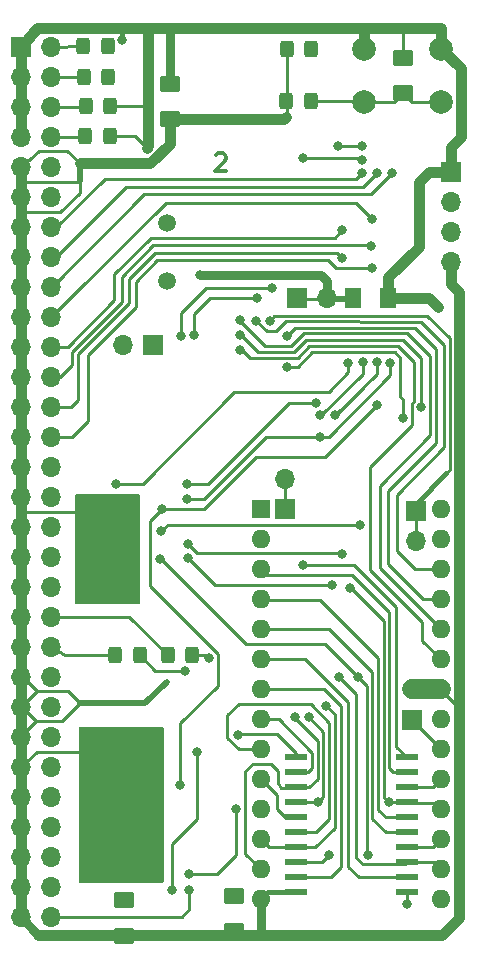
<source format=gbr>
%TF.GenerationSoftware,KiCad,Pcbnew,8.0.6+1*%
%TF.CreationDate,2024-11-21T22:42:00+01:00*%
%TF.ProjectId,8051,38303531-2e6b-4696-9361-645f70636258,rev?*%
%TF.SameCoordinates,Original*%
%TF.FileFunction,Copper,L2,Bot*%
%TF.FilePolarity,Positive*%
%FSLAX46Y46*%
G04 Gerber Fmt 4.6, Leading zero omitted, Abs format (unit mm)*
G04 Created by KiCad (PCBNEW 8.0.6+1) date 2024-11-21 22:42:00*
%MOMM*%
%LPD*%
G01*
G04 APERTURE LIST*
G04 Aperture macros list*
%AMRoundRect*
0 Rectangle with rounded corners*
0 $1 Rounding radius*
0 $2 $3 $4 $5 $6 $7 $8 $9 X,Y pos of 4 corners*
0 Add a 4 corners polygon primitive as box body*
4,1,4,$2,$3,$4,$5,$6,$7,$8,$9,$2,$3,0*
0 Add four circle primitives for the rounded corners*
1,1,$1+$1,$2,$3*
1,1,$1+$1,$4,$5*
1,1,$1+$1,$6,$7*
1,1,$1+$1,$8,$9*
0 Add four rect primitives between the rounded corners*
20,1,$1+$1,$2,$3,$4,$5,0*
20,1,$1+$1,$4,$5,$6,$7,0*
20,1,$1+$1,$6,$7,$8,$9,0*
20,1,$1+$1,$8,$9,$2,$3,0*%
G04 Aperture macros list end*
%ADD10C,0.300000*%
%TA.AperFunction,NonConductor*%
%ADD11C,0.300000*%
%TD*%
%TA.AperFunction,ComponentPad*%
%ADD12C,2.000000*%
%TD*%
%TA.AperFunction,ComponentPad*%
%ADD13R,1.700000X1.700000*%
%TD*%
%TA.AperFunction,ComponentPad*%
%ADD14O,1.700000X1.700000*%
%TD*%
%TA.AperFunction,ComponentPad*%
%ADD15R,1.600000X1.600000*%
%TD*%
%TA.AperFunction,ComponentPad*%
%ADD16O,1.600000X1.600000*%
%TD*%
%TA.AperFunction,ComponentPad*%
%ADD17C,1.500000*%
%TD*%
%TA.AperFunction,SMDPad,CuDef*%
%ADD18RoundRect,0.250000X-0.625000X0.462500X-0.625000X-0.462500X0.625000X-0.462500X0.625000X0.462500X0*%
%TD*%
%TA.AperFunction,SMDPad,CuDef*%
%ADD19R,1.950000X0.600000*%
%TD*%
%TA.AperFunction,SMDPad,CuDef*%
%ADD20RoundRect,0.249999X0.325001X0.450001X-0.325001X0.450001X-0.325001X-0.450001X0.325001X-0.450001X0*%
%TD*%
%TA.AperFunction,SMDPad,CuDef*%
%ADD21RoundRect,0.250000X0.462500X0.625000X-0.462500X0.625000X-0.462500X-0.625000X0.462500X-0.625000X0*%
%TD*%
%TA.AperFunction,ViaPad*%
%ADD22C,0.800000*%
%TD*%
%TA.AperFunction,Conductor*%
%ADD23C,0.889000*%
%TD*%
%TA.AperFunction,Conductor*%
%ADD24C,0.381000*%
%TD*%
%TA.AperFunction,Conductor*%
%ADD25C,0.254000*%
%TD*%
%TA.AperFunction,Conductor*%
%ADD26C,0.250000*%
%TD*%
%TA.AperFunction,Conductor*%
%ADD27C,0.508000*%
%TD*%
%TA.AperFunction,Conductor*%
%ADD28C,0.762000*%
%TD*%
%TA.AperFunction,Conductor*%
%ADD29C,1.651000*%
%TD*%
G04 APERTURE END LIST*
D10*
D11*
X107417082Y-72484685D02*
X107488510Y-72413257D01*
X107488510Y-72413257D02*
X107631368Y-72341828D01*
X107631368Y-72341828D02*
X107988510Y-72341828D01*
X107988510Y-72341828D02*
X108131368Y-72413257D01*
X108131368Y-72413257D02*
X108202796Y-72484685D01*
X108202796Y-72484685D02*
X108274225Y-72627542D01*
X108274225Y-72627542D02*
X108274225Y-72770400D01*
X108274225Y-72770400D02*
X108202796Y-72984685D01*
X108202796Y-72984685D02*
X107345653Y-73841828D01*
X107345653Y-73841828D02*
X108274225Y-73841828D01*
D12*
%TO.P,SW1,1,1*%
%TO.N,+5V*%
X120000000Y-63500000D03*
X126500000Y-63500000D03*
%TO.P,SW1,2,2*%
%TO.N,Net-(U1-RST)*%
X120000000Y-68000000D03*
X126500000Y-68000000D03*
%TD*%
D13*
%TO.P,J2,1,Pin_1*%
%TO.N,+5V*%
X90960000Y-63330000D03*
D14*
%TO.P,J2,2,Pin_2*%
%TO.N,RxD*%
X93500000Y-63330000D03*
%TO.P,J2,3,Pin_3*%
%TO.N,+5V*%
X90960000Y-65870000D03*
%TO.P,J2,4,Pin_4*%
%TO.N,TxD*%
X93500000Y-65870000D03*
%TO.P,J2,5,Pin_5*%
%TO.N,+5V*%
X90960000Y-68410000D03*
%TO.P,J2,6,Pin_6*%
%TO.N,INT0*%
X93500000Y-68410000D03*
%TO.P,J2,7,Pin_7*%
%TO.N,+5V*%
X90960000Y-70950000D03*
%TO.P,J2,8,Pin_8*%
%TO.N,INT1*%
X93500000Y-70950000D03*
%TO.P,J2,9,Pin_9*%
%TO.N,GND*%
X90960000Y-73490000D03*
%TO.P,J2,10,Pin_10*%
%TO.N,T0*%
X93500000Y-73490000D03*
%TO.P,J2,11,Pin_11*%
%TO.N,GND*%
X90960000Y-76030000D03*
%TO.P,J2,12,Pin_12*%
%TO.N,T1*%
X93500000Y-76030000D03*
%TO.P,J2,13,Pin_13*%
%TO.N,GND*%
X90960000Y-78570000D03*
%TO.P,J2,14,Pin_14*%
%TO.N,P7*%
X93500000Y-78570000D03*
%TO.P,J2,15,Pin_15*%
%TO.N,GND*%
X90960000Y-81110000D03*
%TO.P,J2,16,Pin_16*%
%TO.N,P6*%
X93500000Y-81110000D03*
%TO.P,J2,17,Pin_17*%
%TO.N,GND*%
X90960000Y-83650000D03*
%TO.P,J2,18,Pin_18*%
%TO.N,P5*%
X93500000Y-83650000D03*
%TO.P,J2,19,Pin_19*%
%TO.N,GND*%
X90960000Y-86190000D03*
%TO.P,J2,20,Pin_20*%
%TO.N,P4*%
X93500000Y-86190000D03*
%TO.P,J2,21,Pin_21*%
%TO.N,GND*%
X90960000Y-88730000D03*
%TO.P,J2,22,Pin_22*%
%TO.N,P3*%
X93500000Y-88730000D03*
%TO.P,J2,23,Pin_23*%
%TO.N,GND*%
X90960000Y-91270000D03*
%TO.P,J2,24,Pin_24*%
%TO.N,P2*%
X93500000Y-91270000D03*
%TO.P,J2,25,Pin_25*%
%TO.N,GND*%
X90960000Y-93810000D03*
%TO.P,J2,26,Pin_26*%
%TO.N,P1*%
X93500000Y-93810000D03*
%TO.P,J2,27,Pin_27*%
%TO.N,GND*%
X90960000Y-96350000D03*
%TO.P,J2,28,Pin_28*%
%TO.N,P0*%
X93500000Y-96350000D03*
%TO.P,J2,29,Pin_29*%
%TO.N,GND*%
X90960000Y-98890000D03*
%TO.P,J2,30,Pin_30*%
%TO.N,O7*%
X93500000Y-98890000D03*
%TO.P,J2,31,Pin_31*%
%TO.N,GND*%
X90960000Y-101430000D03*
%TO.P,J2,32,Pin_32*%
%TO.N,O6*%
X93500000Y-101430000D03*
%TO.P,J2,33,Pin_33*%
%TO.N,GND*%
X90960000Y-103970000D03*
%TO.P,J2,34,Pin_34*%
%TO.N,O5*%
X93500000Y-103970000D03*
%TO.P,J2,35,Pin_35*%
%TO.N,GND*%
X90960000Y-106510000D03*
%TO.P,J2,36,Pin_36*%
%TO.N,O4*%
X93500000Y-106510000D03*
%TO.P,J2,37,Pin_37*%
%TO.N,GND*%
X90960000Y-109050000D03*
%TO.P,J2,38,Pin_38*%
%TO.N,O3*%
X93500000Y-109050000D03*
%TO.P,J2,39,Pin_39*%
%TO.N,GND*%
X90960000Y-111590000D03*
%TO.P,J2,40,Pin_40*%
%TO.N,O2*%
X93500000Y-111590000D03*
%TO.P,J2,41,Pin_41*%
%TO.N,GND*%
X90960000Y-114130000D03*
%TO.P,J2,42,Pin_42*%
%TO.N,O1*%
X93500000Y-114130000D03*
%TO.P,J2,43,Pin_43*%
%TO.N,GND*%
X90960000Y-116670000D03*
%TO.P,J2,44,Pin_44*%
%TO.N,O0*%
X93500000Y-116670000D03*
%TO.P,J2,45,Pin_45*%
%TO.N,GND*%
X90960000Y-119210000D03*
%TO.P,J2,46,Pin_46*%
%TO.N,I7*%
X93500000Y-119210000D03*
%TO.P,J2,47,Pin_47*%
%TO.N,GND*%
X90960000Y-121750000D03*
%TO.P,J2,48,Pin_48*%
%TO.N,I6*%
X93500000Y-121750000D03*
%TO.P,J2,49,Pin_49*%
%TO.N,GND*%
X90960000Y-124290000D03*
%TO.P,J2,50,Pin_50*%
%TO.N,I5*%
X93500000Y-124290000D03*
%TO.P,J2,51,Pin_51*%
%TO.N,GND*%
X90960000Y-126830000D03*
%TO.P,J2,52,Pin_52*%
%TO.N,I4*%
X93500000Y-126830000D03*
%TO.P,J2,53,Pin_53*%
%TO.N,GND*%
X90960000Y-129370000D03*
%TO.P,J2,54,Pin_54*%
%TO.N,I3*%
X93500000Y-129370000D03*
%TO.P,J2,55,Pin_55*%
%TO.N,GND*%
X90960000Y-131910000D03*
%TO.P,J2,56,Pin_56*%
%TO.N,I2*%
X93500000Y-131910000D03*
%TO.P,J2,57,Pin_57*%
%TO.N,GND*%
X90960000Y-134450000D03*
%TO.P,J2,58,Pin_58*%
%TO.N,I1*%
X93500000Y-134450000D03*
%TO.P,J2,59,Pin_59*%
%TO.N,GND*%
X90960000Y-136990000D03*
%TO.P,J2,60,Pin_60*%
%TO.N,I0*%
X93500000Y-136990000D03*
%TD*%
D13*
%TO.P,J3,1,Pin_1*%
%TO.N,Net-(J3-Pin_1)*%
X113284000Y-102489000D03*
D14*
%TO.P,J3,2,Pin_2*%
X113284000Y-99949000D03*
%TD*%
D15*
%TO.P,U5,1,A15*%
%TO.N,Net-(J3-Pin_1)*%
X111250000Y-102500000D03*
D16*
%TO.P,U5,2,A12*%
%TO.N,Net-(U1-P2.4{slash}A12)*%
X111250000Y-105040000D03*
%TO.P,U5,3,A7*%
%TO.N,A7*%
X111250000Y-107580000D03*
%TO.P,U5,4,A6*%
%TO.N,A6*%
X111250000Y-110120000D03*
%TO.P,U5,5,A5*%
%TO.N,A5*%
X111250000Y-112660000D03*
%TO.P,U5,6,A4*%
%TO.N,A4*%
X111250000Y-115200000D03*
%TO.P,U5,7,A3*%
%TO.N,A3*%
X111250000Y-117740000D03*
%TO.P,U5,8,A2*%
%TO.N,A2*%
X111250000Y-120280000D03*
%TO.P,U5,9,A1*%
%TO.N,A1*%
X111250000Y-122820000D03*
%TO.P,U5,10,A0*%
%TO.N,A0*%
X111250000Y-125360000D03*
%TO.P,U5,11,D0*%
%TO.N,AD0*%
X111250000Y-127900000D03*
%TO.P,U5,12,D1*%
%TO.N,AD1*%
X111250000Y-130440000D03*
%TO.P,U5,13,D2*%
%TO.N,AD2*%
X111250000Y-132980000D03*
%TO.P,U5,14,GND*%
%TO.N,GND*%
X111250000Y-135520000D03*
%TO.P,U5,15,D3*%
%TO.N,AD3*%
X126490000Y-135520000D03*
%TO.P,U5,16,D4*%
%TO.N,AD4*%
X126490000Y-132980000D03*
%TO.P,U5,17,D5*%
%TO.N,AD5*%
X126490000Y-130440000D03*
%TO.P,U5,18,D6*%
%TO.N,AD6*%
X126490000Y-127900000D03*
%TO.P,U5,19,D7*%
%TO.N,AD7*%
X126490000Y-125360000D03*
%TO.P,U5,20,~{CE}*%
%TO.N,Net-(J5-Pin_1)*%
X126490000Y-122820000D03*
%TO.P,U5,21,A10*%
%TO.N,Net-(U1-P2.2{slash}A10)*%
X126490000Y-120280000D03*
%TO.P,U5,22,~{OE}*%
%TO.N,GND*%
X126490000Y-117740000D03*
%TO.P,U5,23,A11*%
%TO.N,Net-(U1-P2.3{slash}A11)*%
X126490000Y-115200000D03*
%TO.P,U5,24,A9*%
%TO.N,Net-(U1-P2.1{slash}A9)*%
X126490000Y-112660000D03*
%TO.P,U5,25,A8*%
%TO.N,Net-(U1-P2.0{slash}A8)*%
X126490000Y-110120000D03*
%TO.P,U5,26,A13*%
%TO.N,Net-(U1-P2.5{slash}A13)*%
X126490000Y-107580000D03*
%TO.P,U5,27,A14*%
%TO.N,Net-(J4-Pin_1)*%
X126490000Y-105040000D03*
%TO.P,U5,28,VCC*%
%TO.N,+5V*%
X126490000Y-102500000D03*
%TD*%
D13*
%TO.P,J4,1,Pin_1*%
%TO.N,Net-(J4-Pin_1)*%
X124333000Y-102616000D03*
D14*
%TO.P,J4,2,Pin_2*%
X124333000Y-105156000D03*
%TD*%
D17*
%TO.P,Y1,1,1*%
%TO.N,Net-(U1-XTAL2)*%
X103250000Y-78250000D03*
%TO.P,Y1,2,2*%
%TO.N,Net-(J7-Pin_2)*%
X103250000Y-83130000D03*
%TD*%
D13*
%TO.P,J1,1,Pin_1*%
%TO.N,GND*%
X114300000Y-84582000D03*
D14*
%TO.P,J1,2,Pin_2*%
X116840000Y-84582000D03*
%TD*%
D13*
%TO.P,J5,1,Pin_1*%
%TO.N,Net-(J5-Pin_1)*%
X124000000Y-120300000D03*
%TD*%
%TO.P,J7,1,Pin_1*%
%TO.N,GND*%
X102088000Y-88620200D03*
D14*
%TO.P,J7,2,Pin_2*%
%TO.N,Net-(J7-Pin_2)*%
X99548000Y-88620200D03*
%TD*%
D13*
%TO.P,J6,1,Pin_1*%
%TO.N,+5V*%
X127324000Y-73924000D03*
D14*
%TO.P,J6,2,Pin_2*%
%TO.N,RxD*%
X127324000Y-76464000D03*
%TO.P,J6,3,Pin_3*%
%TO.N,TxD*%
X127324000Y-79004000D03*
%TO.P,J6,4,Pin_4*%
%TO.N,GND*%
X127324000Y-81544000D03*
%TD*%
D18*
%TO.P,C3,1*%
%TO.N,+5V*%
X123250000Y-64275000D03*
%TO.P,C3,2*%
%TO.N,Net-(U1-RST)*%
X123250000Y-67250000D03*
%TD*%
D19*
%TO.P,U4,1,OE*%
%TO.N,GND*%
X114198400Y-134924800D03*
%TO.P,U4,2,O0*%
%TO.N,A3*%
X114198400Y-133654800D03*
%TO.P,U4,3,D0*%
%TO.N,AD3*%
X114198400Y-132384800D03*
%TO.P,U4,4,D1*%
%TO.N,AD1*%
X114198400Y-131114800D03*
%TO.P,U4,5,O1*%
%TO.N,A1*%
X114198400Y-129844800D03*
%TO.P,U4,6,O2*%
%TO.N,A0*%
X114198400Y-128574800D03*
%TO.P,U4,7,D2*%
%TO.N,AD0*%
X114198400Y-127304800D03*
%TO.P,U4,8,D3*%
%TO.N,AD2*%
X114198400Y-126034800D03*
%TO.P,U4,9,O3*%
%TO.N,A2*%
X114198400Y-124764800D03*
%TO.P,U4,10,GND*%
%TO.N,GND*%
X114198400Y-123494800D03*
%TO.P,U4,11,LE*%
%TO.N,Net-(U1-ALE{slash}PROG)*%
X123598400Y-123494800D03*
%TO.P,U4,12,O4*%
%TO.N,A7*%
X123598400Y-124764800D03*
%TO.P,U4,13,D4*%
%TO.N,AD7*%
X123598400Y-126034800D03*
%TO.P,U4,14,D5*%
%TO.N,AD6*%
X123598400Y-127304800D03*
%TO.P,U4,15,O5*%
%TO.N,A6*%
X123598400Y-128574800D03*
%TO.P,U4,16,O6*%
%TO.N,A5*%
X123598400Y-129844800D03*
%TO.P,U4,17,D6*%
%TO.N,AD5*%
X123598400Y-131114800D03*
%TO.P,U4,18,D7*%
%TO.N,AD4*%
X123598400Y-132384800D03*
%TO.P,U4,19,O7*%
%TO.N,A4*%
X123598400Y-133654800D03*
%TO.P,U4,20,VCC*%
%TO.N,+5V*%
X123598400Y-134924800D03*
%TD*%
D18*
%TO.P,C6,1*%
%TO.N,+5V*%
X108966000Y-135201000D03*
%TO.P,C6,2*%
%TO.N,GND*%
X108966000Y-138176000D03*
%TD*%
%TO.P,C7,1*%
%TO.N,+5V*%
X99618800Y-135607400D03*
%TO.P,C7,2*%
%TO.N,GND*%
X99618800Y-138582400D03*
%TD*%
D20*
%TO.P,R2,1*%
%TO.N,Net-(D1-K)*%
X115461000Y-63500000D03*
%TO.P,R2,2*%
%TO.N,GND*%
X113411000Y-63500000D03*
%TD*%
%TO.P,R3,1*%
%TO.N,Net-(U1-RST)*%
X115443000Y-67945000D03*
%TO.P,R3,2*%
%TO.N,GND*%
X113393000Y-67945000D03*
%TD*%
%TO.P,R4,1*%
%TO.N,Net-(D5-A)*%
X100965000Y-114858800D03*
%TO.P,R4,2*%
%TO.N,O1*%
X98915000Y-114858800D03*
%TD*%
%TO.P,R6,1*%
%TO.N,Net-(D6-A)*%
X105410000Y-114858800D03*
%TO.P,R6,2*%
%TO.N,O2*%
X103360000Y-114858800D03*
%TD*%
%TO.P,R1,1*%
%TO.N,Net-(D3-K)*%
X98250000Y-63250000D03*
%TO.P,R1,2*%
%TO.N,RxD*%
X96200000Y-63250000D03*
%TD*%
%TO.P,R7,1*%
%TO.N,Net-(D4-K)*%
X98298000Y-65913000D03*
%TO.P,R7,2*%
%TO.N,TxD*%
X96248000Y-65913000D03*
%TD*%
%TO.P,R8,1*%
%TO.N,+5V*%
X98443000Y-68326000D03*
%TO.P,R8,2*%
%TO.N,INT0*%
X96393000Y-68326000D03*
%TD*%
%TO.P,R9,1*%
%TO.N,+5V*%
X98434000Y-70866000D03*
%TO.P,R9,2*%
%TO.N,INT1*%
X96384000Y-70866000D03*
%TD*%
D21*
%TO.P,C5,1*%
%TO.N,+5V*%
X122021600Y-84607400D03*
%TO.P,C5,2*%
%TO.N,GND*%
X119046600Y-84607400D03*
%TD*%
D18*
%TO.P,C8,1*%
%TO.N,+5V*%
X103500000Y-66512500D03*
%TO.P,C8,2*%
%TO.N,GND*%
X103500000Y-69487500D03*
%TD*%
D22*
%TO.N,GND*%
X106052000Y-82670000D03*
X113360200Y-69291200D03*
X109321600Y-121564400D03*
%TO.N,+5V*%
X123596400Y-135915400D03*
X109016800Y-135178800D03*
X99454999Y-62792317D03*
X101569305Y-71876705D03*
X99695000Y-135585200D03*
X126238000Y-85344000D03*
%TO.N,Net-(D1-K)*%
X115443000Y-63500000D03*
%TO.N,Net-(D3-K)*%
X98280000Y-63246000D03*
%TO.N,Net-(D4-K)*%
X98298000Y-65913000D03*
%TO.N,Net-(D5-A)*%
X104775000Y-116205000D03*
%TO.N,Net-(D6-A)*%
X106807000Y-115062000D03*
%TO.N,Net-(J4-Pin_1)*%
X111988600Y-86512400D03*
%TO.N,Net-(J5-Pin_1)*%
X113436400Y-90449400D03*
X123248000Y-94742518D03*
%TO.N,Net-(U1-ALE{slash}PROG)*%
X114782600Y-107188000D03*
%TO.N,Net-(U1-P2.5{slash}A13)*%
X110820200Y-86512400D03*
%TO.N,TxD*%
X119761000Y-72898000D03*
X114808000Y-72771000D03*
%TO.N,RxD*%
X117729000Y-71755000D03*
X119761000Y-71755000D03*
%TO.N,I0*%
X105154800Y-134695000D03*
%TO.N,Net-(U1-P2.3{slash}A11)*%
X109499400Y-89001600D03*
%TO.N,Net-(U1-P2.2{slash}A10)*%
X124802000Y-93853000D03*
X109474000Y-87757000D03*
%TO.N,Net-(U1-P2.1{slash}A9)*%
X109479492Y-86506908D03*
%TO.N,Net-(U1-P2.0{slash}A8)*%
X113411000Y-87833200D03*
%TO.N,P0*%
X120650000Y-82042000D03*
%TO.N,P1*%
X118110000Y-81203800D03*
%TO.N,P2*%
X120599200Y-80162400D03*
%TO.N,P3*%
X118142400Y-78860000D03*
%TO.N,P4*%
X120650000Y-77927200D03*
%TO.N,P5*%
X122301000Y-74041000D03*
%TO.N,P6*%
X121031000Y-74041000D03*
%TO.N,P7*%
X119761000Y-74041000D03*
%TO.N,Net-(U1-P3.7{slash}nRD)*%
X105841800Y-123037600D03*
X110871000Y-84632800D03*
X103733600Y-134721600D03*
X105562400Y-87757000D03*
%TO.N,Net-(U1-P3.6{slash}nWR)*%
X112153700Y-83756500D03*
X104510600Y-87807800D03*
%TO.N,AD4*%
X119659400Y-103860600D03*
X117856000Y-116687600D03*
X102819200Y-104343200D03*
%TO.N,AD5*%
X104419084Y-125805884D03*
X121080000Y-93673400D03*
X102870000Y-102463600D03*
%TO.N,AD6*%
X98958400Y-100330000D03*
X118821200Y-109143800D03*
X122047000Y-127279400D03*
X118643400Y-90068400D03*
%TO.N,AD7*%
X115925600Y-93497400D03*
X104998600Y-100325000D03*
%TO.N,AD2*%
X116255800Y-96367600D03*
X122174000Y-90068400D03*
X104952800Y-101600000D03*
X114122200Y-120116600D03*
%TO.N,AD0*%
X109118400Y-127889000D03*
X119862600Y-90043000D03*
X105054400Y-106654600D03*
X116255800Y-94538800D03*
X116103400Y-127279400D03*
X105130600Y-133400800D03*
X117297200Y-108940600D03*
X115316000Y-120116600D03*
%TO.N,AD3*%
X102717600Y-106705400D03*
X117017800Y-131749800D03*
X120294400Y-131749800D03*
X119456200Y-116713000D03*
%TO.N,AD1*%
X117551200Y-94513400D03*
X116789200Y-119126000D03*
X118084600Y-106248200D03*
X121056400Y-90043000D03*
X105079800Y-105410000D03*
%TD*%
D23*
%TO.N,GND*%
X109905800Y-138531600D02*
X121767600Y-138531600D01*
D24*
X111250000Y-135485600D02*
X111250000Y-135520000D01*
D25*
X109347000Y-121539000D02*
X112572800Y-121539000D01*
X90960000Y-116670000D02*
X91066800Y-116670000D01*
X92252800Y-117917200D02*
X90960000Y-119210000D01*
X92252800Y-117856000D02*
X94869000Y-117856000D01*
D23*
X127324000Y-83382000D02*
X128016000Y-84074000D01*
D26*
X92300000Y-123000000D02*
X96900000Y-123000000D01*
D27*
X118973600Y-84607400D02*
X118872000Y-84709000D01*
D25*
X109321600Y-121564400D02*
X109347000Y-121539000D01*
X94267051Y-77332949D02*
X90977949Y-77332949D01*
D26*
X90960000Y-102740000D02*
X96100000Y-102700000D01*
D25*
X90977949Y-77332949D02*
X90960000Y-77315000D01*
D28*
X111250000Y-138478800D02*
X111250000Y-135520000D01*
D23*
X90960000Y-74775000D02*
X90960000Y-77315000D01*
X92329000Y-138531600D02*
X109905800Y-138531600D01*
D25*
X90990600Y-119210000D02*
X90960000Y-119210000D01*
X90960000Y-73490000D02*
X92456000Y-72136000D01*
X94386400Y-120421400D02*
X92202000Y-120421400D01*
D28*
X106052000Y-82670000D02*
X116325000Y-82670000D01*
D27*
X95885000Y-74676000D02*
X95885000Y-73177400D01*
X118872000Y-84709000D02*
X116814600Y-84709000D01*
D23*
X126490000Y-117777800D02*
X126490000Y-117740000D01*
X90960000Y-102740000D02*
X90960000Y-136990000D01*
D25*
X94869000Y-117856000D02*
X95935800Y-118897400D01*
D28*
X116325000Y-82670000D02*
X116814600Y-83159600D01*
D29*
X126490000Y-117740000D02*
X124050000Y-117750000D01*
D23*
X103500000Y-69487500D02*
X103500000Y-71556800D01*
D27*
X101447600Y-118897400D02*
X103251000Y-117094000D01*
D25*
X95885000Y-75715000D02*
X94267051Y-77332949D01*
D23*
X128016000Y-137083800D02*
X128016000Y-119303800D01*
X127324000Y-81544000D02*
X127324000Y-83382000D01*
D25*
X92456000Y-72136000D02*
X94818200Y-72136000D01*
D23*
X90960000Y-73490000D02*
X90960000Y-74775000D01*
D25*
X113360200Y-63550800D02*
X113411000Y-63500000D01*
D23*
X103500000Y-71556800D02*
X101854000Y-73202800D01*
X113163900Y-69487500D02*
X113360200Y-69291200D01*
D25*
X113411000Y-69240400D02*
X113360200Y-69291200D01*
X94818200Y-72136000D02*
X95885000Y-73202800D01*
X113411000Y-63500000D02*
X113411000Y-69240400D01*
X116814600Y-84709000D02*
X114274600Y-84709000D01*
X128016000Y-119303800D02*
X126490000Y-117777800D01*
X112572800Y-121539000D02*
X114173000Y-123139200D01*
D23*
X101854000Y-73202800D02*
X95935800Y-73202800D01*
D28*
X111252000Y-138480800D02*
X111250000Y-138478800D01*
D25*
X95885000Y-74797256D02*
X95885000Y-74676000D01*
D28*
X116814600Y-83159600D02*
X116814600Y-84709000D01*
D23*
X103500000Y-69487500D02*
X113163900Y-69487500D01*
D25*
X114173000Y-123469400D02*
X114198400Y-123494800D01*
X92202000Y-120421400D02*
X90960000Y-121663400D01*
X95885000Y-74676000D02*
X95885000Y-75715000D01*
X92252800Y-117856000D02*
X92252800Y-117917200D01*
D24*
X114172000Y-134924800D02*
X111810800Y-134924800D01*
X111810800Y-134924800D02*
X111250000Y-135485600D01*
D25*
X114173000Y-123139200D02*
X114173000Y-123469400D01*
D23*
X121767600Y-138531600D02*
X126568200Y-138531600D01*
X128016000Y-84074000D02*
X128016000Y-119303800D01*
D25*
X92202000Y-120421400D02*
X90990600Y-119210000D01*
D28*
X90960000Y-136990000D02*
X92329000Y-138531600D01*
D25*
X90960000Y-74775000D02*
X90982256Y-74797256D01*
D27*
X95910400Y-118897400D02*
X101447600Y-118897400D01*
D25*
X90960000Y-121663400D02*
X90960000Y-121750000D01*
D23*
X126568200Y-138531600D02*
X128016000Y-137083800D01*
D26*
X90960000Y-124290000D02*
X92300000Y-123000000D01*
D25*
X95910400Y-118897400D02*
X94386400Y-120421400D01*
X91066800Y-116670000D02*
X92252800Y-117856000D01*
X90982256Y-74797256D02*
X95885000Y-74797256D01*
D23*
X90960000Y-77315000D02*
X90960000Y-102740000D01*
D25*
%TO.N,Net-(U1-RST)*%
X119945000Y-67945000D02*
X120000000Y-68000000D01*
X126500000Y-68000000D02*
X124000000Y-68000000D01*
X122500000Y-68000000D02*
X123250000Y-67250000D01*
X115443000Y-67945000D02*
X119945000Y-67945000D01*
X124000000Y-68000000D02*
X123250000Y-67250000D01*
X120000000Y-68000000D02*
X122500000Y-68000000D01*
D23*
%TO.N,+5V*%
X126500000Y-63500000D02*
X128143000Y-65143000D01*
X90960000Y-69624000D02*
X90960000Y-70950000D01*
X125501400Y-84607400D02*
X126238000Y-85344000D01*
X102161400Y-61750000D02*
X107871200Y-61750000D01*
X122021600Y-84607400D02*
X125501400Y-84607400D01*
D28*
X103500000Y-66500000D02*
X103500000Y-61820500D01*
D23*
X122021600Y-82829400D02*
X124587000Y-80264000D01*
X128143000Y-65143000D02*
X128143000Y-66167000D01*
D28*
X122301000Y-84429600D02*
X122072400Y-84658200D01*
D23*
X99466400Y-61750000D02*
X102161400Y-61750000D01*
D25*
X123250000Y-64275000D02*
X123250000Y-61750000D01*
D23*
X107871200Y-61750000D02*
X120000000Y-61750000D01*
X128143000Y-66167000D02*
X128144500Y-66168500D01*
D25*
X98434000Y-70866000D02*
X100558600Y-70866000D01*
D23*
X120000000Y-63500000D02*
X120000000Y-61750000D01*
X92250000Y-61750000D02*
X99466400Y-61750000D01*
X90960000Y-63330000D02*
X90960000Y-69624000D01*
X101549200Y-61823600D02*
X101676200Y-61950600D01*
X125466000Y-73924000D02*
X127324000Y-73924000D01*
D24*
X99466400Y-62780916D02*
X99466400Y-61750000D01*
D23*
X128144500Y-70991500D02*
X127324000Y-71812000D01*
X127324000Y-71812000D02*
X127324000Y-73924000D01*
X128144500Y-66168500D02*
X128144500Y-70991500D01*
X126500000Y-61750000D02*
X126500000Y-63500000D01*
D25*
X123598400Y-135913400D02*
X123596400Y-135915400D01*
D23*
X124587000Y-74803000D02*
X125466000Y-73924000D01*
X122021600Y-84607400D02*
X122021600Y-82829400D01*
D25*
X123598400Y-134924800D02*
X123598400Y-135913400D01*
D23*
X124587000Y-80264000D02*
X124587000Y-74803000D01*
D24*
X99454999Y-62792317D02*
X99466400Y-62780916D01*
D25*
X100558600Y-70866000D02*
X101569305Y-71876705D01*
D23*
X120000000Y-61750000D02*
X123250000Y-61750000D01*
D28*
X107873490Y-61752290D02*
X107871200Y-61750000D01*
D23*
X123250000Y-61750000D02*
X126500000Y-61750000D01*
X101676200Y-61950600D02*
X101676200Y-71769810D01*
X90960000Y-63330000D02*
X92250000Y-61750000D01*
X101676200Y-71769810D02*
X101569305Y-71876705D01*
D25*
X101846600Y-68326000D02*
X98443000Y-68326000D01*
%TO.N,Net-(D5-A)*%
X100965000Y-114858800D02*
X102311200Y-116205000D01*
X102311200Y-116205000D02*
X104775000Y-116205000D01*
%TO.N,Net-(D6-A)*%
X105410000Y-114858800D02*
X106603800Y-114858800D01*
X106603800Y-114858800D02*
X106807000Y-115062000D01*
D26*
%TO.N,Net-(J3-Pin_1)*%
X113284000Y-99949000D02*
X113284000Y-102489000D01*
D25*
%TO.N,Net-(J4-Pin_1)*%
X125333100Y-86115500D02*
X127244500Y-88026900D01*
X127244500Y-99145700D02*
X126949200Y-99441000D01*
X124333000Y-102616000D02*
X124333000Y-102057200D01*
D26*
X124333000Y-105156000D02*
X124333000Y-102616000D01*
D24*
X124333000Y-102057200D02*
X126949200Y-99441000D01*
D25*
X127244500Y-88026900D02*
X127244500Y-99145700D01*
X111988600Y-86512400D02*
X112385500Y-86115500D01*
X112385500Y-86115500D02*
X125333100Y-86115500D01*
%TO.N,Net-(J5-Pin_1)*%
X113436400Y-90449400D02*
X114350800Y-90449400D01*
X114350800Y-90449400D02*
X115595400Y-89204800D01*
D26*
X124000000Y-120300000D02*
X126490000Y-122820000D01*
D25*
X123037600Y-89662000D02*
X123037600Y-92964000D01*
X123248000Y-93174400D02*
X123248000Y-94742518D01*
X123037600Y-92964000D02*
X123248000Y-93174400D01*
X115595400Y-89204800D02*
X122580400Y-89204800D01*
X122580400Y-89204800D02*
X123037600Y-89662000D01*
%TO.N,Net-(U1-ALE{slash}PROG)*%
X122700000Y-122596400D02*
X123598400Y-123494800D01*
X114782600Y-107188000D02*
X119151400Y-107188000D01*
X122700000Y-110736600D02*
X122700000Y-122596400D01*
X119151400Y-107188000D02*
X122700000Y-110736600D01*
%TO.N,Net-(U1-P2.5{slash}A13)*%
X122732800Y-106045000D02*
X122732800Y-101244400D01*
X114477800Y-86588600D02*
X113360200Y-86588600D01*
X126720600Y-97256600D02*
X126720600Y-88595200D01*
X126720600Y-88595200D02*
X124764800Y-86639400D01*
X124267800Y-107580000D02*
X122732800Y-106045000D01*
X112522000Y-87426800D02*
X111734600Y-87426800D01*
X122732800Y-101244400D02*
X126720600Y-97256600D01*
X126490000Y-107580000D02*
X124267800Y-107580000D01*
X111734600Y-87426800D02*
X110820200Y-86512400D01*
X124764800Y-86639400D02*
X114477800Y-86588600D01*
X113360200Y-86588600D02*
X112522000Y-87426800D01*
%TO.N,INT1*%
X93500000Y-70950000D02*
X93543000Y-70993000D01*
X93543000Y-70993000D02*
X96257000Y-70993000D01*
X96257000Y-70993000D02*
X96384000Y-70866000D01*
%TO.N,INT0*%
X96266000Y-68453000D02*
X96393000Y-68326000D01*
X93500000Y-68410000D02*
X93543000Y-68453000D01*
X93543000Y-68453000D02*
X96266000Y-68453000D01*
%TO.N,TxD*%
X119634000Y-72771000D02*
X119761000Y-72898000D01*
X96250000Y-66000000D02*
X96120000Y-65870000D01*
X96120000Y-65870000D02*
X93500000Y-65870000D01*
X114808000Y-72771000D02*
X119634000Y-72771000D01*
%TO.N,RxD*%
X117729000Y-71755000D02*
X119761000Y-71755000D01*
X96200000Y-63250000D02*
X93500000Y-63330000D01*
%TO.N,I0*%
X100888800Y-136982200D02*
X100881000Y-136990000D01*
X100881000Y-136990000D02*
X93500000Y-136990000D01*
X105154800Y-136348400D02*
X104521000Y-136982200D01*
X104521000Y-136982200D02*
X100888800Y-136982200D01*
X105154800Y-134695000D02*
X105154800Y-136348400D01*
%TO.N,O2*%
X100091200Y-111590000D02*
X93500000Y-111590000D01*
X103360000Y-114858800D02*
X100091200Y-111590000D01*
%TO.N,O1*%
X94691200Y-114808000D02*
X93500000Y-114130000D01*
X98915000Y-114858800D02*
X94691200Y-114808000D01*
%TO.N,Net-(U1-P2.3{slash}A11)*%
X120497600Y-107619800D02*
X124891800Y-112014000D01*
X109499400Y-89001600D02*
X109550200Y-89052400D01*
X110337600Y-89662000D02*
X114350800Y-89662000D01*
X124025000Y-95354800D02*
X120497600Y-98882200D01*
X124891800Y-112014000D02*
X124891800Y-113601800D01*
X124186500Y-89998100D02*
X124186500Y-93369656D01*
X120497600Y-98882200D02*
X120497600Y-107619800D01*
X122885200Y-88696800D02*
X124186500Y-89998100D01*
X114350800Y-89662000D02*
X115316000Y-88696800D01*
X109728000Y-89052400D02*
X110337600Y-89662000D01*
X124891800Y-113601800D02*
X126490000Y-115200000D01*
X109550200Y-89052400D02*
X109728000Y-89052400D01*
X115316000Y-88696800D02*
X122885200Y-88696800D01*
X124025000Y-93531156D02*
X124025000Y-95354800D01*
X124186500Y-93369656D02*
X124025000Y-93531156D01*
%TO.N,Net-(U1-P2.2{slash}A10)*%
X124802000Y-89699200D02*
X123266200Y-88163400D01*
X109601000Y-87782400D02*
X109499400Y-87782400D01*
X110998000Y-89179400D02*
X109601000Y-87782400D01*
X114071400Y-89179400D02*
X110998000Y-89179400D01*
X115087400Y-88163400D02*
X114071400Y-89179400D01*
X109499400Y-87782400D02*
X109474000Y-87757000D01*
X124802000Y-93853000D02*
X124802000Y-89699200D01*
X123266200Y-88163400D02*
X115087400Y-88163400D01*
%TO.N,Net-(U1-P2.1{slash}A9)*%
X109479492Y-86517892D02*
X111607600Y-88646000D01*
X121285000Y-107455000D02*
X126490000Y-112660000D01*
X125579000Y-96239200D02*
X121285000Y-100533200D01*
X123647200Y-87604600D02*
X125579000Y-89536400D01*
X114858800Y-87604600D02*
X123647200Y-87604600D01*
X111607600Y-88646000D02*
X113817400Y-88646000D01*
X121285000Y-100533200D02*
X121285000Y-107455000D01*
X125579000Y-89536400D02*
X125579000Y-96239200D01*
X109479492Y-86506908D02*
X109479492Y-86517892D01*
X113817400Y-88646000D02*
X114858800Y-87604600D01*
%TO.N,Net-(U1-P2.0{slash}A8)*%
X121970800Y-100939600D02*
X121970800Y-107111800D01*
X124979000Y-110120000D02*
X126490000Y-110120000D01*
X113411000Y-87833200D02*
X114096800Y-87147400D01*
X114096800Y-87147400D02*
X124282200Y-87147400D01*
X126033000Y-88898200D02*
X126033000Y-96877400D01*
X126033000Y-96877400D02*
X121970800Y-100939600D01*
X121970800Y-107111800D02*
X124979000Y-110120000D01*
X124282200Y-87147400D02*
X126033000Y-88898200D01*
%TO.N,P0*%
X120650000Y-82042000D02*
X117576600Y-82042000D01*
X95250000Y-96350000D02*
X93500000Y-96350000D01*
X117576600Y-82042000D02*
X116941600Y-81407000D01*
X96570800Y-95029200D02*
X95250000Y-96350000D01*
X96570800Y-89408000D02*
X96570800Y-95029200D01*
X102463600Y-81407000D02*
X100634800Y-83235800D01*
X116941600Y-81407000D02*
X102463600Y-81407000D01*
X100634800Y-83235800D02*
X100634800Y-85344000D01*
X100634800Y-85344000D02*
X96570800Y-89408000D01*
%TO.N,P1*%
X95148400Y-93810000D02*
X93500000Y-93810000D01*
X102311200Y-80772000D02*
X100050600Y-83032600D01*
X95749200Y-89366000D02*
X95749200Y-93209200D01*
X95749200Y-93209200D02*
X95148400Y-93810000D01*
X100050600Y-85064600D02*
X95749200Y-89366000D01*
X118110000Y-81203800D02*
X117678200Y-80772000D01*
X100050600Y-83032600D02*
X100050600Y-85064600D01*
X117678200Y-80772000D02*
X102311200Y-80772000D01*
%TO.N,P2*%
X95237300Y-90258900D02*
X94226200Y-91270000D01*
X102108000Y-80137000D02*
X99441000Y-82804000D01*
X120573800Y-80137000D02*
X102108000Y-80137000D01*
X120599200Y-80162400D02*
X120573800Y-80137000D01*
X99441000Y-84963000D02*
X95237300Y-89166700D01*
X95237300Y-89166700D02*
X95237300Y-90258900D01*
X94226200Y-91270000D02*
X93500000Y-91270000D01*
X99441000Y-82804000D02*
X99441000Y-84963000D01*
%TO.N,P3*%
X98831400Y-82575400D02*
X101904800Y-79502000D01*
X101904800Y-79502000D02*
X117500400Y-79502000D01*
X117500400Y-79502000D02*
X118142400Y-78860000D01*
X93500000Y-88730000D02*
X94886600Y-88730000D01*
X94886600Y-88730000D02*
X98831400Y-84785200D01*
X98831400Y-84785200D02*
X98831400Y-82575400D01*
%TO.N,P4*%
X120650000Y-77927200D02*
X119253000Y-76530200D01*
X95410000Y-84290000D02*
X95400000Y-84290000D01*
X95400000Y-84290000D02*
X93500000Y-86190000D01*
X103169800Y-76530200D02*
X95410000Y-84290000D01*
X119253000Y-76530200D02*
X103169800Y-76530200D01*
%TO.N,P5*%
X93515000Y-83650000D02*
X93500000Y-83650000D01*
X101346000Y-75819000D02*
X93515000Y-83650000D01*
X120523000Y-75819000D02*
X101346000Y-75819000D01*
X122301000Y-74041000D02*
X120523000Y-75819000D01*
%TO.N,P6*%
X99822000Y-75184000D02*
X93896000Y-81110000D01*
X93896000Y-81110000D02*
X93500000Y-81110000D01*
X119888000Y-75184000D02*
X99822000Y-75184000D01*
X121031000Y-74041000D02*
X119888000Y-75184000D01*
%TO.N,P7*%
X98000000Y-74500000D02*
X93930000Y-78570000D01*
X119761000Y-74041000D02*
X119302000Y-74500000D01*
X93930000Y-78570000D02*
X93500000Y-78570000D01*
X119302000Y-74500000D02*
X98000000Y-74500000D01*
%TO.N,Net-(U1-P3.7{slash}nRD)*%
X103733600Y-130860800D02*
X105841800Y-128752600D01*
X105562400Y-85971743D02*
X106926743Y-84607400D01*
X103733600Y-134721600D02*
X103733600Y-130860800D01*
X105841800Y-128752600D02*
X105841800Y-123037600D01*
X106926743Y-84607400D02*
X110845600Y-84607400D01*
X110845600Y-84607400D02*
X110871000Y-84632800D01*
X105562400Y-87757000D02*
X105562400Y-85971743D01*
%TO.N,Net-(U1-P3.6{slash}nWR)*%
X104510600Y-85862400D02*
X104510600Y-87807800D01*
X112153700Y-83756500D02*
X112141000Y-83769200D01*
X106603800Y-83769200D02*
X104510600Y-85862400D01*
X112141000Y-83769200D02*
X106603800Y-83769200D01*
%TO.N,AD4*%
X119303800Y-118770400D02*
X119303800Y-118770400D01*
X119862600Y-132562600D02*
X123420600Y-132562600D01*
X125894800Y-132384800D02*
X126490000Y-132980000D01*
X119303800Y-132003800D02*
X119862600Y-132562600D01*
X123420600Y-132562600D02*
X123598400Y-132384800D01*
X117856000Y-116687600D02*
X119303800Y-118135400D01*
X123598400Y-132384800D02*
X125894800Y-132384800D01*
X103352600Y-103809800D02*
X102819200Y-104343200D01*
X119303800Y-118135400D02*
X119303800Y-132003800D01*
X119608600Y-103809800D02*
X103352600Y-103809800D01*
X119659400Y-103860600D02*
X119608600Y-103809800D01*
%TO.N,AD5*%
X107584000Y-117434600D02*
X104419084Y-120599516D01*
X106426000Y-102463600D02*
X110820200Y-98069400D01*
X102870000Y-102463600D02*
X101854000Y-103479600D01*
X110820200Y-98069400D02*
X116687600Y-98069400D01*
X101854000Y-103479600D02*
X101854000Y-109010156D01*
X102870000Y-102463600D02*
X106426000Y-102463600D01*
X116687600Y-98069400D02*
X121080000Y-93677000D01*
X125815200Y-131114800D02*
X123598400Y-131114800D01*
X101854000Y-109010156D02*
X107584000Y-114740156D01*
X126490000Y-130440000D02*
X125815200Y-131114800D01*
X107584000Y-114740156D02*
X107584000Y-117434600D01*
X104419084Y-120599516D02*
X104419084Y-125805884D01*
X121080000Y-93677000D02*
X121080000Y-93673400D01*
%TO.N,AD6*%
X98958400Y-100330000D02*
X101219000Y-100330000D01*
X123598400Y-127304800D02*
X123623800Y-127330200D01*
X123623800Y-127330200D02*
X125920200Y-127330200D01*
X121640600Y-111912400D02*
X121640600Y-126949200D01*
X118872000Y-109143800D02*
X121640600Y-111912400D01*
X116967000Y-92557600D02*
X118643400Y-90881200D01*
X122072400Y-127304800D02*
X122047000Y-127279400D01*
X101219000Y-100330000D02*
X108991400Y-92557600D01*
X118643400Y-90881200D02*
X118643400Y-90068400D01*
X108991400Y-92557600D02*
X116967000Y-92557600D01*
X123598400Y-127304800D02*
X122072400Y-127304800D01*
X118821200Y-109143800D02*
X118872000Y-109143800D01*
X125920200Y-127330200D02*
X126490000Y-127900000D01*
X121640600Y-126949200D02*
X122047000Y-127279400D01*
%TO.N,AD7*%
X126490000Y-125360000D02*
X126430200Y-125360000D01*
X123598400Y-126034800D02*
X125815200Y-126034800D01*
X125815200Y-126034800D02*
X126490000Y-125360000D01*
X113614200Y-93497400D02*
X115925600Y-93497400D01*
X104998600Y-100325000D02*
X106786600Y-100325000D01*
X106786600Y-100325000D02*
X113614200Y-93497400D01*
%TO.N,A4*%
X118643400Y-132740400D02*
X118643400Y-118846600D01*
X114996800Y-115200000D02*
X111250000Y-115200000D01*
X119557800Y-133654800D02*
X118643400Y-132740400D01*
X123598400Y-133654800D02*
X119557800Y-133654800D01*
X118643400Y-118846600D02*
X114996800Y-115200000D01*
%TO.N,A5*%
X120650000Y-116255800D02*
X117043200Y-112649000D01*
X117043200Y-112649000D02*
X111261000Y-112649000D01*
X123598400Y-129844800D02*
X121818400Y-129844800D01*
X120650000Y-128676400D02*
X120650000Y-116255800D01*
X121818400Y-129844800D02*
X120650000Y-128676400D01*
X111261000Y-112649000D02*
X111250000Y-112660000D01*
%TO.N,A6*%
X116205000Y-110134400D02*
X111264400Y-110134400D01*
X111264400Y-110134400D02*
X111250000Y-110120000D01*
X121158000Y-115087400D02*
X116205000Y-110134400D01*
X123598400Y-128574800D02*
X121818400Y-128574800D01*
X121818400Y-128574800D02*
X121158000Y-127914400D01*
X121158000Y-127914400D02*
X121158000Y-115087400D01*
%TO.N,A7*%
X123598400Y-124764800D02*
X122453400Y-124764800D01*
X111747000Y-108077000D02*
X111250000Y-107580000D01*
X122453400Y-124764800D02*
X122123200Y-124434600D01*
X122123200Y-124434600D02*
X122123200Y-111226600D01*
X118973600Y-108077000D02*
X111747000Y-108077000D01*
X122123200Y-111226600D02*
X118973600Y-108077000D01*
%TO.N,A0*%
X113309400Y-128574800D02*
X114198400Y-128574800D01*
X111250000Y-125360000D02*
X111263000Y-125360000D01*
X112572800Y-126669800D02*
X112572800Y-127838200D01*
X111263000Y-125360000D02*
X112572800Y-126669800D01*
X111250000Y-125372400D02*
X111250000Y-125360000D01*
X114198400Y-128574800D02*
X114223800Y-128600200D01*
X112572800Y-127838200D02*
X113309400Y-128574800D01*
%TO.N,A1*%
X109358000Y-122820000D02*
X111250000Y-122820000D01*
X114198400Y-129844800D02*
X115874800Y-129844800D01*
X117043200Y-128676400D02*
X117043200Y-120548400D01*
X111250000Y-122820000D02*
X111263000Y-122820000D01*
X109372400Y-118973600D02*
X108407200Y-119938800D01*
X117043200Y-120548400D02*
X115468400Y-118973600D01*
X115468400Y-118973600D02*
X109372400Y-118973600D01*
X115874800Y-129844800D02*
X117043200Y-128676400D01*
X108407200Y-121869200D02*
X109358000Y-122820000D01*
X108407200Y-119938800D02*
X108407200Y-121869200D01*
%TO.N,A2*%
X111250000Y-120280000D02*
X112761600Y-120280000D01*
X115570000Y-124409200D02*
X115214400Y-124764800D01*
X112761600Y-120280000D02*
X115570000Y-123088400D01*
X115214400Y-124764800D02*
X114198400Y-124764800D01*
X115570000Y-123088400D02*
X115570000Y-124409200D01*
%TO.N,A3*%
X116586000Y-117729000D02*
X118033800Y-119176800D01*
X111250000Y-117705600D02*
X111273400Y-117729000D01*
X118033800Y-119176800D02*
X118033800Y-132816600D01*
X111250000Y-117740000D02*
X111250000Y-117705600D01*
X117195600Y-133654800D02*
X114198400Y-133654800D01*
X118033800Y-132816600D02*
X117195600Y-133654800D01*
X111273400Y-117729000D02*
X116586000Y-117729000D01*
%TO.N,AD2*%
X112649000Y-124612400D02*
X112649000Y-125679200D01*
X109931200Y-131661200D02*
X109931200Y-124688600D01*
X111633000Y-96367600D02*
X106400600Y-101600000D01*
X112090200Y-124053600D02*
X112649000Y-124612400D01*
X116052600Y-122072400D02*
X116052600Y-125323600D01*
X114122200Y-120116600D02*
X114122200Y-120142000D01*
X112649000Y-125679200D02*
X112928400Y-126060200D01*
X116255800Y-96367600D02*
X116967000Y-96367600D01*
X116052600Y-125323600D02*
X115341400Y-126034800D01*
X116967000Y-96367600D02*
X122174000Y-91160600D01*
X111250000Y-132980000D02*
X109931200Y-131661200D01*
X106400600Y-101600000D02*
X104952800Y-101600000D01*
X110854600Y-133375400D02*
X111250000Y-132980000D01*
X112928400Y-126060200D02*
X114198400Y-126034800D01*
X116255800Y-96367600D02*
X111633000Y-96367600D01*
X109931200Y-124688600D02*
X110566200Y-124053600D01*
X122174000Y-91160600D02*
X122174000Y-90068400D01*
X114122200Y-120142000D02*
X116052600Y-122072400D01*
X110566200Y-124053600D02*
X112090200Y-124053600D01*
X115341400Y-126034800D02*
X114198400Y-126034800D01*
%TO.N,AD0*%
X114198400Y-127304800D02*
X116078000Y-127304800D01*
X116535200Y-121335800D02*
X115316000Y-120116600D01*
X107518200Y-133400800D02*
X109118400Y-131800600D01*
X117297200Y-108940600D02*
X107365800Y-108940600D01*
X116103400Y-127279400D02*
X116535200Y-126847600D01*
X105079800Y-106654600D02*
X105054400Y-106654600D01*
X116255800Y-94538800D02*
X116357400Y-94538800D01*
X116357400Y-94538800D02*
X119862600Y-91033600D01*
X107365800Y-108940600D02*
X105079800Y-106654600D01*
X109118400Y-131800600D02*
X109118400Y-127889000D01*
X105130600Y-133400800D02*
X107518200Y-133400800D01*
X119862600Y-91033600D02*
X119862600Y-90043000D01*
X116535200Y-126847600D02*
X116535200Y-121335800D01*
X116078000Y-127304800D02*
X116103400Y-127279400D01*
%TO.N,AD3*%
X119456200Y-116713000D02*
X119456200Y-116713000D01*
X126490000Y-135303800D02*
X126490000Y-135520000D01*
X120192800Y-131648200D02*
X120192800Y-117449600D01*
X102717600Y-106705400D02*
X102768400Y-106705400D01*
X120192800Y-117449600D02*
X119456200Y-116713000D01*
X102768400Y-106705400D02*
X109982000Y-113919000D01*
X117017800Y-131749800D02*
X116382800Y-132384800D01*
X120294400Y-131749800D02*
X120192800Y-131648200D01*
X116382800Y-132384800D02*
X114198400Y-132384800D01*
X109982000Y-113919000D02*
X116662200Y-113919000D01*
X116662200Y-113919000D02*
X119456200Y-116713000D01*
%TO.N,AD1*%
X117551200Y-94513400D02*
X117576600Y-94513400D01*
X114198400Y-131114800D02*
X111924800Y-131114800D01*
X116789200Y-119126000D02*
X117525800Y-119862600D01*
X121056400Y-91008200D02*
X117551200Y-94513400D01*
X118059200Y-106222800D02*
X105841800Y-106222800D01*
X117525800Y-119862600D02*
X117525800Y-129438400D01*
X115849400Y-131114800D02*
X114198400Y-131114800D01*
X105079800Y-105460800D02*
X105079800Y-105410000D01*
X117551200Y-94513400D02*
X117551200Y-94513400D01*
X105841800Y-106222800D02*
X105079800Y-105460800D01*
X118084600Y-106248200D02*
X118059200Y-106222800D01*
X121056400Y-90043000D02*
X121056400Y-91008200D01*
X117576600Y-94513400D02*
X119938800Y-92151200D01*
X117525800Y-129438400D02*
X115849400Y-131114800D01*
X111924800Y-131114800D02*
X111250000Y-130440000D01*
X111188200Y-130378200D02*
X111250000Y-130440000D01*
%TD*%
%TA.AperFunction,Conductor*%
%TO.N,GND*%
G36*
X98694737Y-101202753D02*
G01*
X98719849Y-101208090D01*
X98862913Y-101238500D01*
X98862916Y-101238500D01*
X99053884Y-101238500D01*
X99053887Y-101238500D01*
X99196950Y-101208090D01*
X99222063Y-101202753D01*
X99248259Y-101200000D01*
X100874000Y-101200000D01*
X100942121Y-101220002D01*
X100988614Y-101273658D01*
X101000000Y-101326000D01*
X101000000Y-110374000D01*
X100979998Y-110442121D01*
X100926342Y-110488614D01*
X100874000Y-110500000D01*
X95626000Y-110500000D01*
X95557879Y-110479998D01*
X95511386Y-110426342D01*
X95500000Y-110374000D01*
X95500000Y-101326000D01*
X95520002Y-101257879D01*
X95573658Y-101211386D01*
X95626000Y-101200000D01*
X98668541Y-101200000D01*
X98694737Y-101202753D01*
G37*
%TD.AperFunction*%
%TD*%
%TA.AperFunction,Conductor*%
%TO.N,GND*%
G36*
X102942121Y-120920002D02*
G01*
X102988614Y-120973658D01*
X103000000Y-121026000D01*
X103000000Y-133974000D01*
X102979998Y-134042121D01*
X102926342Y-134088614D01*
X102874000Y-134100000D01*
X95926000Y-134100000D01*
X95857879Y-134079998D01*
X95811386Y-134026342D01*
X95800000Y-133974000D01*
X95800000Y-121026000D01*
X95820002Y-120957879D01*
X95873658Y-120911386D01*
X95926000Y-120900000D01*
X102874000Y-120900000D01*
X102942121Y-120920002D01*
G37*
%TD.AperFunction*%
%TD*%
M02*

</source>
